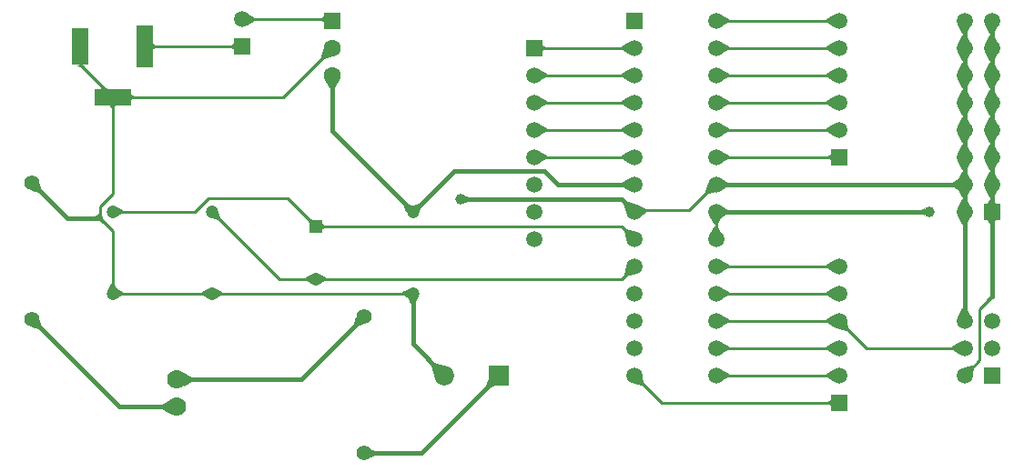
<source format=gtl>
G04*
G04 #@! TF.GenerationSoftware,Altium Limited,Altium Designer,22.8.2 (66)*
G04*
G04 Layer_Physical_Order=1*
G04 Layer_Color=255*
%FSLAX25Y25*%
%MOIN*%
G70*
G04*
G04 #@! TF.SameCoordinates,91317C4C-2BB6-42C2-B401-94DFDD073F52*
G04*
G04*
G04 #@! TF.FilePolarity,Positive*
G04*
G01*
G75*
%ADD14C,0.01000*%
%ADD37C,0.01500*%
%ADD38C,0.07000*%
%ADD39C,0.05512*%
%ADD40R,0.07284X0.07284*%
%ADD41C,0.07284*%
%ADD42C,0.04724*%
%ADD43R,0.04724X0.04724*%
%ADD44R,0.06299X0.06299*%
%ADD45C,0.06299*%
%ADD46R,0.05906X0.05906*%
%ADD47C,0.05906*%
%ADD48R,0.05906X0.05906*%
%ADD49R,0.05906X0.15748*%
%ADD50R,0.05906X0.13780*%
%ADD51R,0.13780X0.05906*%
%ADD52C,0.03937*%
G36*
X131374Y200500D02*
X130362Y201000D01*
Y202000D01*
X131374Y202500D01*
Y200500D01*
D02*
G37*
G36*
X106182Y202000D02*
Y201000D01*
X103609Y199433D01*
Y203567D01*
X106182Y202000D01*
D02*
G37*
G36*
X317891Y198933D02*
X315318Y200500D01*
Y201500D01*
X317891Y203067D01*
Y198933D01*
D02*
G37*
G36*
X279682Y201500D02*
Y200500D01*
X277109Y198933D01*
Y203067D01*
X279682Y201500D01*
D02*
G37*
G36*
X376750Y196372D02*
X375250D01*
X373933Y198891D01*
X378067D01*
X376750Y196372D01*
D02*
G37*
G36*
X366750D02*
X365250D01*
X363933Y198891D01*
X368067D01*
X366750Y196372D01*
D02*
G37*
G36*
X378067Y193109D02*
X373933D01*
X375250Y195628D01*
X376750D01*
X378067Y193109D01*
D02*
G37*
G36*
X368067D02*
X363933D01*
X365250Y195628D01*
X366750D01*
X368067Y193109D01*
D02*
G37*
G36*
X98571Y190500D02*
X97559Y191000D01*
Y192000D01*
X98571Y192500D01*
Y190500D01*
D02*
G37*
G36*
X69752Y192000D02*
Y191000D01*
X68740Y190500D01*
Y192500D01*
X69752Y192000D01*
D02*
G37*
G36*
X212441Y191500D02*
Y190500D01*
X211429Y190000D01*
Y192000D01*
X212441Y191500D01*
D02*
G37*
G36*
X317891Y188933D02*
X315318Y190500D01*
Y191500D01*
X317891Y193067D01*
Y188933D01*
D02*
G37*
G36*
X279682Y191500D02*
Y190500D01*
X277109Y188933D01*
Y193067D01*
X279682Y191500D01*
D02*
G37*
G36*
X242891Y188933D02*
X240318Y190500D01*
Y191500D01*
X242891Y193067D01*
Y188933D01*
D02*
G37*
G36*
X134468Y187850D02*
X131318Y187111D01*
X130611Y187818D01*
X131351Y190969D01*
X134468Y187850D01*
D02*
G37*
G36*
X376750Y186372D02*
X375250D01*
X373933Y188891D01*
X378067D01*
X376750Y186372D01*
D02*
G37*
G36*
X366750D02*
X365250D01*
X363933Y188891D01*
X368067D01*
X366750Y186372D01*
D02*
G37*
G36*
X43788Y183915D02*
X42727Y183562D01*
X40960Y184622D01*
X43788D01*
Y183915D01*
D02*
G37*
G36*
X378067Y183109D02*
X373933D01*
X375250Y185628D01*
X376750D01*
X378067Y183109D01*
D02*
G37*
G36*
X368067D02*
X363933D01*
X365250Y185628D01*
X366750D01*
X368067Y183109D01*
D02*
G37*
G36*
X317891Y178933D02*
X315318Y180500D01*
Y181500D01*
X317891Y183067D01*
Y178933D01*
D02*
G37*
G36*
X279682Y181500D02*
Y180500D01*
X277109Y178933D01*
Y183067D01*
X279682Y181500D01*
D02*
G37*
G36*
X242891Y178933D02*
X240318Y180500D01*
Y181500D01*
X242891Y183067D01*
Y178933D01*
D02*
G37*
G36*
X213182Y181500D02*
Y180500D01*
X210609Y178933D01*
Y183067D01*
X213182Y181500D01*
D02*
G37*
G36*
X376750Y176372D02*
X375250D01*
X373933Y178891D01*
X378067D01*
X376750Y176372D01*
D02*
G37*
G36*
X366750D02*
X365250D01*
X363933Y178891D01*
X368067D01*
X366750Y176372D01*
D02*
G37*
G36*
X135250Y176051D02*
X133750D01*
X132295Y178751D01*
X136705D01*
X135250Y176051D01*
D02*
G37*
G36*
X52473Y175925D02*
X49645D01*
Y176644D01*
X51059D01*
X52473Y175925D01*
D02*
G37*
G36*
X378067Y173109D02*
X373933D01*
X375250Y175628D01*
X376750D01*
X378067Y173109D01*
D02*
G37*
G36*
X368067D02*
X363933D01*
X365250Y175628D01*
X366750D01*
X368067Y173109D01*
D02*
G37*
G36*
X61878Y173496D02*
Y172496D01*
X60866Y171996D01*
Y173996D01*
X61878Y173496D01*
D02*
G37*
G36*
X54500Y169055D02*
X53500D01*
X53000Y170055D01*
X55000D01*
X54500Y169055D01*
D02*
G37*
G36*
X317891Y168933D02*
X315318Y170500D01*
Y171500D01*
X317891Y173067D01*
Y168933D01*
D02*
G37*
G36*
X279682Y171500D02*
Y170500D01*
X277109Y168933D01*
Y173067D01*
X279682Y171500D01*
D02*
G37*
G36*
X242891Y168933D02*
X240318Y170500D01*
Y171500D01*
X242891Y173067D01*
Y168933D01*
D02*
G37*
G36*
X213182Y171500D02*
Y170500D01*
X210609Y168933D01*
Y173067D01*
X213182Y171500D01*
D02*
G37*
G36*
X376750Y166372D02*
X375250D01*
X373933Y168891D01*
X378067D01*
X376750Y166372D01*
D02*
G37*
G36*
X366750D02*
X365250D01*
X363933Y168891D01*
X368067D01*
X366750Y166372D01*
D02*
G37*
G36*
X378067Y163109D02*
X373933D01*
X375250Y165628D01*
X376750D01*
X378067Y163109D01*
D02*
G37*
G36*
X368067D02*
X363933D01*
X365250Y165628D01*
X366750D01*
X368067Y163109D01*
D02*
G37*
G36*
X317891Y158933D02*
X315318Y160500D01*
Y161500D01*
X317891Y163067D01*
Y158933D01*
D02*
G37*
G36*
X279682Y161500D02*
Y160500D01*
X277109Y158933D01*
Y163067D01*
X279682Y161500D01*
D02*
G37*
G36*
X242891Y158933D02*
X240318Y160500D01*
Y161500D01*
X242891Y163067D01*
Y158933D01*
D02*
G37*
G36*
X213182Y161500D02*
Y160500D01*
X210609Y158933D01*
Y163067D01*
X213182Y161500D01*
D02*
G37*
G36*
X376750Y156372D02*
X375250D01*
X373933Y158891D01*
X378067D01*
X376750Y156372D01*
D02*
G37*
G36*
X366750D02*
X365250D01*
X363933Y158891D01*
X368067D01*
X366750Y156372D01*
D02*
G37*
G36*
X378067Y153109D02*
X373933D01*
X375250Y155628D01*
X376750D01*
X378067Y153109D01*
D02*
G37*
G36*
X368067D02*
X363933D01*
X365250Y155628D01*
X366750D01*
X368067Y153109D01*
D02*
G37*
G36*
X317071Y150000D02*
X316059Y150500D01*
Y151500D01*
X317071Y152000D01*
Y150000D01*
D02*
G37*
G36*
X279682Y151500D02*
Y150500D01*
X277109Y148933D01*
Y153067D01*
X279682Y151500D01*
D02*
G37*
G36*
X242891Y148933D02*
X240318Y150500D01*
Y151500D01*
X242891Y153067D01*
Y148933D01*
D02*
G37*
G36*
X213182Y151500D02*
Y150500D01*
X210609Y148933D01*
Y153067D01*
X213182Y151500D01*
D02*
G37*
G36*
X376750Y146372D02*
X375250D01*
X373933Y148891D01*
X378067D01*
X376750Y146372D01*
D02*
G37*
G36*
X366750D02*
X365250D01*
X363933Y148891D01*
X368067D01*
X366750Y146372D01*
D02*
G37*
G36*
X378067Y143109D02*
X373933D01*
X375250Y145628D01*
X376750D01*
X378067Y143109D01*
D02*
G37*
G36*
X368067D02*
X363933D01*
X365250Y145628D01*
X366750D01*
X368067Y143109D01*
D02*
G37*
G36*
X363891Y138933D02*
X361372Y140250D01*
Y141750D01*
X363891Y143067D01*
Y138933D01*
D02*
G37*
G36*
X279628Y141750D02*
Y140250D01*
X277109Y138933D01*
Y143067D01*
X279628Y141750D01*
D02*
G37*
G36*
X242891Y138933D02*
X240372Y140250D01*
Y141750D01*
X242891Y143067D01*
Y138933D01*
D02*
G37*
G36*
X28075Y138986D02*
X27014Y137925D01*
X24528Y138744D01*
X27256Y141472D01*
X28075Y138986D01*
D02*
G37*
G36*
X274617Y138072D02*
X271765Y137558D01*
X271145Y138352D01*
X272065Y141324D01*
X274617Y138072D01*
D02*
G37*
G36*
X376750Y136372D02*
X375250D01*
X373933Y138891D01*
X378067D01*
X376750Y136372D01*
D02*
G37*
G36*
X366750D02*
X365250D01*
X363933Y138891D01*
X368067D01*
X366750Y136372D01*
D02*
G37*
G36*
X184500Y136253D02*
X184502Y134753D01*
X182908Y134124D01*
X182904Y136880D01*
X184500Y136253D01*
D02*
G37*
G36*
X377500Y133929D02*
X374500D01*
X375250Y135441D01*
X376750D01*
X377500Y133929D01*
D02*
G37*
G36*
X368067Y133109D02*
X363933D01*
X365250Y135628D01*
X366750D01*
X368067Y133109D01*
D02*
G37*
G36*
X244970Y133953D02*
X242047Y131029D01*
X241197Y133742D01*
X242258Y134802D01*
X244970Y133953D01*
D02*
G37*
G36*
X167116Y133056D02*
X166362Y131024D01*
X164024Y133362D01*
X166056Y134116D01*
X167116Y133056D01*
D02*
G37*
G36*
X163976Y133362D02*
X161638Y131024D01*
X160884Y133056D01*
X161944Y134116D01*
X163976Y133362D01*
D02*
G37*
G36*
X351594Y129622D02*
X349999Y130250D01*
Y131750D01*
X351594Y132378D01*
Y129622D01*
D02*
G37*
G36*
X57726Y131500D02*
Y130500D01*
X55687Y129347D01*
Y132653D01*
X57726Y131500D01*
D02*
G37*
G36*
X249550Y132000D02*
X249724Y131000D01*
X247428Y129320D01*
X246728Y133394D01*
X249550Y132000D01*
D02*
G37*
G36*
X275500Y128941D02*
X274500D01*
X274469Y130470D01*
X275531D01*
X275500Y128941D01*
D02*
G37*
G36*
X279628Y131750D02*
Y130250D01*
X277109Y128933D01*
Y133067D01*
X279628Y131750D01*
D02*
G37*
G36*
X93488Y128719D02*
X92781Y128012D01*
X90524Y128638D01*
X92862Y130976D01*
X93488Y128719D01*
D02*
G37*
G36*
X50018Y129664D02*
X50689Y128043D01*
X51310Y127398D01*
X50602Y126690D01*
X49499Y127750D01*
X49831Y128082D01*
X49147Y128146D01*
X49499Y127750D01*
X47500Y129250D01*
X48994Y130246D01*
X49000Y130559D01*
X50000D01*
X50018Y129664D01*
D02*
G37*
G36*
X376750Y126559D02*
X375250D01*
X374500Y128059D01*
X377500D01*
X376750Y126559D01*
D02*
G37*
G36*
X127564Y127945D02*
X126162Y126542D01*
X125443Y127956D01*
X126150Y128664D01*
X127564Y127945D01*
D02*
G37*
G36*
X366750Y126372D02*
X365250D01*
X363933Y128891D01*
X368067D01*
X366750Y126372D01*
D02*
G37*
G36*
X275500Y126318D02*
X274500D01*
X272933Y128891D01*
X277067D01*
X275500Y126318D01*
D02*
G37*
G36*
X131850Y126106D02*
Y125106D01*
X130838Y124606D01*
Y126606D01*
X131850Y126106D01*
D02*
G37*
G36*
X277067Y123109D02*
X272933D01*
X274500Y125682D01*
X275500D01*
X277067Y123109D01*
D02*
G37*
G36*
X244970Y123953D02*
X242047Y121029D01*
X241336Y123957D01*
X242043Y124664D01*
X244970Y123953D01*
D02*
G37*
G36*
X317891Y108933D02*
X315318Y110500D01*
Y111500D01*
X317891Y113067D01*
Y108933D01*
D02*
G37*
G36*
X279682Y111500D02*
Y110500D01*
X277109Y108933D01*
Y113067D01*
X279682Y111500D01*
D02*
G37*
G36*
X244970Y108047D02*
X242043Y107336D01*
X241336Y108043D01*
X242047Y110970D01*
X244970Y108047D01*
D02*
G37*
G36*
X132226Y106894D02*
Y105894D01*
X130187Y104740D01*
Y108047D01*
X132226Y106894D01*
D02*
G37*
G36*
X126813Y104740D02*
X124774Y105894D01*
Y106894D01*
X126813Y108047D01*
Y104740D01*
D02*
G37*
G36*
X55654Y102687D02*
X52346D01*
X53500Y104726D01*
X54500D01*
X55654Y102687D01*
D02*
G37*
G36*
X162313Y101507D02*
X163470Y101531D01*
Y100469D01*
X162313Y100493D01*
Y99347D01*
X160274Y100500D01*
Y101500D01*
X162313Y102654D01*
Y101507D01*
D02*
G37*
G36*
X94226Y101500D02*
Y100500D01*
X92187Y99347D01*
Y102654D01*
X94226Y101500D01*
D02*
G37*
G36*
X88813Y99347D02*
X86774Y100500D01*
Y101500D01*
X88813Y102654D01*
Y99347D01*
D02*
G37*
G36*
X57726Y101500D02*
Y100500D01*
X55687Y99347D01*
Y102654D01*
X57726Y101500D01*
D02*
G37*
G36*
X317891Y98933D02*
X315318Y100500D01*
Y101500D01*
X317891Y103067D01*
Y98933D01*
D02*
G37*
G36*
X279682Y101500D02*
Y100500D01*
X277109Y98933D01*
Y103067D01*
X279682Y101500D01*
D02*
G37*
G36*
X376000Y99155D02*
X374898Y98096D01*
X374190Y98803D01*
X375250Y99906D01*
X376000Y99155D01*
D02*
G37*
G36*
X164750Y97343D02*
X163250D01*
X162346Y99313D01*
X165654D01*
X164750Y97343D01*
D02*
G37*
G36*
X368067Y93109D02*
X363933D01*
X365250Y95628D01*
X366750D01*
X368067Y93109D01*
D02*
G37*
G36*
X317891Y88933D02*
X315318Y90500D01*
Y91500D01*
X317891Y93067D01*
Y88933D01*
D02*
G37*
G36*
X279682Y91500D02*
Y90500D01*
X277109Y88933D01*
Y93067D01*
X279682Y91500D01*
D02*
G37*
G36*
X145972Y89744D02*
X143486Y88925D01*
X142425Y89986D01*
X143244Y92472D01*
X145972Y89744D01*
D02*
G37*
G36*
X28075Y88986D02*
X27014Y87925D01*
X24528Y88744D01*
X27256Y91472D01*
X28075Y88986D01*
D02*
G37*
G36*
X323664Y88043D02*
X322957Y87336D01*
X320029Y88047D01*
X322953Y90970D01*
X323664Y88043D01*
D02*
G37*
G36*
X363891Y78933D02*
X361318Y80500D01*
Y81500D01*
X363891Y83067D01*
Y78933D01*
D02*
G37*
G36*
X317891D02*
X315318Y80500D01*
Y81500D01*
X317891Y83067D01*
Y78933D01*
D02*
G37*
G36*
X279682Y81500D02*
Y80500D01*
X277109Y78933D01*
Y83067D01*
X279682Y81500D01*
D02*
G37*
G36*
X175464Y74642D02*
X171858Y71036D01*
X170905Y74535D01*
X171965Y75595D01*
X175464Y74642D01*
D02*
G37*
G36*
X369664Y73957D02*
X368953Y71030D01*
X366030Y73953D01*
X368957Y74664D01*
X369664Y73957D01*
D02*
G37*
G36*
X317891Y68933D02*
X315318Y70500D01*
Y71500D01*
X317891Y73067D01*
Y68933D01*
D02*
G37*
G36*
X279682Y71500D02*
Y70500D01*
X277109Y68933D01*
Y73067D01*
X279682Y71500D01*
D02*
G37*
G36*
X248664Y68043D02*
X247957Y67336D01*
X245029Y68047D01*
X247953Y70970D01*
X248664Y68043D01*
D02*
G37*
G36*
X83019Y70250D02*
Y68750D01*
X80000Y67050D01*
Y71950D01*
X83019Y70250D01*
D02*
G37*
G36*
X193992Y67370D02*
X191870Y66310D01*
X190810Y67370D01*
X191870Y69492D01*
X193992Y67370D01*
D02*
G37*
G36*
X317071Y60000D02*
X316059Y60500D01*
Y61500D01*
X317071Y62000D01*
Y60000D01*
D02*
G37*
G36*
X75001Y57050D02*
X71981Y58750D01*
Y60250D01*
X75001Y61950D01*
Y57050D01*
D02*
G37*
G36*
X150305Y43250D02*
Y41750D01*
X147968Y40571D01*
Y44429D01*
X150305Y43250D01*
D02*
G37*
D14*
X54000Y101000D02*
Y124000D01*
X49500Y128500D02*
X54000Y124000D01*
X49500Y128500D02*
Y133000D01*
X54000Y137500D01*
Y172996D01*
X128500Y125606D02*
X240394D01*
X245000Y121000D01*
X118106Y136000D02*
X128500Y125606D01*
X84000Y131000D02*
X89000Y136000D01*
X118106D01*
X54000Y131000D02*
X84000D01*
X128500Y106394D02*
X240394D01*
X245000Y131000D02*
X245500Y131500D01*
X265000D02*
X274500Y141000D01*
X245500Y131500D02*
X265000D01*
X274500Y141000D02*
X275000D01*
Y71000D02*
X320000D01*
Y91000D02*
X330000Y81000D01*
X366000D01*
Y71000D02*
X371547Y76547D01*
Y95453D01*
X376000Y99906D01*
X240394Y106394D02*
X245000Y111000D01*
X208500Y171000D02*
X245000D01*
X208500Y161000D02*
X245000D01*
X208500Y151000D02*
X245000D01*
X275000Y101000D02*
X320000D01*
X255000Y61000D02*
X320000D01*
X245000Y71000D02*
X255000Y61000D01*
X275000Y201000D02*
X320000D01*
X275000Y191000D02*
X320000D01*
X275000Y181000D02*
X320000D01*
X275000Y171000D02*
X320000D01*
X275000Y161000D02*
X320000D01*
X275000Y151000D02*
X320000D01*
X208500Y191000D02*
X245000D01*
X208500Y181000D02*
X245000D01*
X275000Y81000D02*
X320000D01*
X275000Y91000D02*
X320000D01*
X275000Y111000D02*
X320000D01*
X275000Y121000D02*
Y131000D01*
X115106Y106394D02*
X128500D01*
X90500Y131000D02*
X115106Y106394D01*
X90500Y101000D02*
X164000D01*
X54000D02*
X90500D01*
X134000Y201500D02*
X134500Y201000D01*
X101500Y201500D02*
X134000D01*
X116496Y172996D02*
X134500Y191000D01*
X54000Y172996D02*
X116496D01*
X65811Y191500D02*
X101500D01*
X42189Y184807D02*
X54000Y172996D01*
X42189Y184807D02*
Y191500D01*
D37*
X37500Y128500D02*
X49500D01*
X24500Y141500D02*
X37500Y128500D01*
X123000Y69500D02*
X146000Y92500D01*
X77500Y69500D02*
X123000D01*
X56500Y59500D02*
X77500D01*
X24500Y91500D02*
X56500Y59500D01*
X146000Y42500D02*
X167000D01*
X195500Y71000D01*
X164000Y131000D02*
X179000Y146000D01*
X212000D02*
X217000Y141000D01*
X179000Y146000D02*
X212000D01*
X217000Y141000D02*
X245000D01*
X134500Y160500D02*
X164000Y131000D01*
X134500Y160500D02*
Y181000D01*
X240497Y135503D02*
X245000Y131000D01*
X181503Y135503D02*
X240497D01*
X181500Y135500D02*
X181503Y135503D01*
X275000Y131000D02*
X353000D01*
X366000Y91000D02*
Y131000D01*
X376000Y99906D02*
Y131000D01*
Y141000D01*
X366000Y191000D02*
Y201000D01*
Y181000D02*
Y191000D01*
Y171000D02*
Y181000D01*
Y161000D02*
Y171000D01*
Y151000D02*
Y161000D01*
Y141000D02*
Y151000D01*
Y131000D02*
Y141000D01*
X376000Y161000D02*
Y171000D01*
Y151000D02*
Y161000D01*
Y141000D02*
Y151000D01*
Y171000D02*
Y181000D01*
Y191000D01*
Y201000D01*
X275000Y141000D02*
X366000D01*
X164000Y82500D02*
X175500Y71000D01*
X164000Y82500D02*
Y101000D01*
D38*
X77500Y59500D02*
D03*
Y69500D02*
D03*
D39*
X146000Y92500D02*
D03*
Y42500D02*
D03*
X24500Y91500D02*
D03*
Y141500D02*
D03*
D40*
X195500Y71000D02*
D03*
D41*
X175500D02*
D03*
D42*
X128500Y106394D02*
D03*
X54000Y101000D02*
D03*
Y131000D02*
D03*
X90500D02*
D03*
Y101000D02*
D03*
X164000D02*
D03*
Y131000D02*
D03*
D43*
X128500Y125606D02*
D03*
D44*
X134500Y201000D02*
D03*
D45*
Y191000D02*
D03*
Y181000D02*
D03*
D46*
X245000Y201000D02*
D03*
D47*
Y191000D02*
D03*
Y181000D02*
D03*
Y171000D02*
D03*
Y161000D02*
D03*
Y151000D02*
D03*
Y141000D02*
D03*
Y131000D02*
D03*
Y121000D02*
D03*
Y111000D02*
D03*
Y101000D02*
D03*
Y91000D02*
D03*
Y81000D02*
D03*
Y71000D02*
D03*
X275000Y201000D02*
D03*
Y191000D02*
D03*
Y181000D02*
D03*
Y171000D02*
D03*
Y161000D02*
D03*
Y151000D02*
D03*
Y141000D02*
D03*
Y131000D02*
D03*
Y121000D02*
D03*
Y111000D02*
D03*
Y101000D02*
D03*
Y91000D02*
D03*
Y81000D02*
D03*
Y71000D02*
D03*
X208500Y181000D02*
D03*
Y171000D02*
D03*
Y161000D02*
D03*
Y151000D02*
D03*
Y141000D02*
D03*
Y131000D02*
D03*
Y121000D02*
D03*
X366000Y201000D02*
D03*
X376000D02*
D03*
X366000Y191000D02*
D03*
X376000D02*
D03*
X366000Y181000D02*
D03*
X376000D02*
D03*
X366000Y171000D02*
D03*
X376000D02*
D03*
X366000Y161000D02*
D03*
X376000D02*
D03*
X366000Y151000D02*
D03*
X376000D02*
D03*
X366000Y141000D02*
D03*
X376000D02*
D03*
X366000Y131000D02*
D03*
X320000Y111000D02*
D03*
Y101000D02*
D03*
Y91000D02*
D03*
Y81000D02*
D03*
Y71000D02*
D03*
Y201000D02*
D03*
Y191000D02*
D03*
Y181000D02*
D03*
Y171000D02*
D03*
Y161000D02*
D03*
X366000Y91000D02*
D03*
X376000D02*
D03*
X366000Y81000D02*
D03*
X376000D02*
D03*
X366000Y71000D02*
D03*
X101500Y201500D02*
D03*
D48*
X208500Y191000D02*
D03*
X376000Y131000D02*
D03*
X320000Y61000D02*
D03*
Y151000D02*
D03*
X376000Y71000D02*
D03*
X101500Y191500D02*
D03*
D49*
X65811D02*
D03*
D50*
X42189D02*
D03*
D51*
X54000Y172996D02*
D03*
D52*
X181500Y135500D02*
D03*
X353000Y131000D02*
D03*
M02*

</source>
